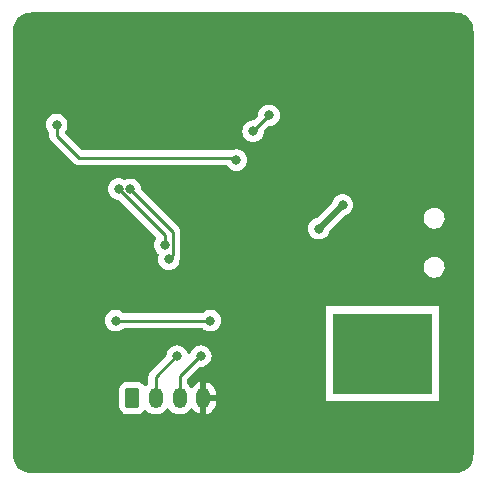
<source format=gbl>
%TF.GenerationSoftware,KiCad,Pcbnew,(6.0.1-0)*%
%TF.CreationDate,2022-02-13T16:39:06+01:00*%
%TF.ProjectId,NightLight,4e696768-744c-4696-9768-742e6b696361,rev?*%
%TF.SameCoordinates,Original*%
%TF.FileFunction,Copper,L2,Bot*%
%TF.FilePolarity,Positive*%
%FSLAX46Y46*%
G04 Gerber Fmt 4.6, Leading zero omitted, Abs format (unit mm)*
G04 Created by KiCad (PCBNEW (6.0.1-0)) date 2022-02-13 16:39:06*
%MOMM*%
%LPD*%
G01*
G04 APERTURE LIST*
G04 Aperture macros list*
%AMRoundRect*
0 Rectangle with rounded corners*
0 $1 Rounding radius*
0 $2 $3 $4 $5 $6 $7 $8 $9 X,Y pos of 4 corners*
0 Add a 4 corners polygon primitive as box body*
4,1,4,$2,$3,$4,$5,$6,$7,$8,$9,$2,$3,0*
0 Add four circle primitives for the rounded corners*
1,1,$1+$1,$2,$3*
1,1,$1+$1,$4,$5*
1,1,$1+$1,$6,$7*
1,1,$1+$1,$8,$9*
0 Add four rect primitives between the rounded corners*
20,1,$1+$1,$2,$3,$4,$5,0*
20,1,$1+$1,$4,$5,$6,$7,0*
20,1,$1+$1,$6,$7,$8,$9,0*
20,1,$1+$1,$8,$9,$2,$3,0*%
G04 Aperture macros list end*
%TA.AperFunction,ComponentPad*%
%ADD10RoundRect,0.250000X-0.350000X-0.625000X0.350000X-0.625000X0.350000X0.625000X-0.350000X0.625000X0*%
%TD*%
%TA.AperFunction,ComponentPad*%
%ADD11O,1.200000X1.750000*%
%TD*%
%TA.AperFunction,ViaPad*%
%ADD12C,0.800000*%
%TD*%
%TA.AperFunction,ViaPad*%
%ADD13C,0.600000*%
%TD*%
%TA.AperFunction,Conductor*%
%ADD14C,0.250000*%
%TD*%
%TA.AperFunction,Conductor*%
%ADD15C,0.500000*%
%TD*%
G04 APERTURE END LIST*
D10*
%TO.P,X2,1,Pin_1*%
%TO.N,VBUS*%
X130604000Y-113150000D03*
D11*
%TO.P,X2,2,Pin_2*%
%TO.N,/LEDC*%
X132604000Y-113150000D03*
%TO.P,X2,3,Pin_3*%
%TO.N,/LEDD*%
X134604000Y-113150000D03*
%TO.P,X2,4,Pin_4*%
%TO.N,GND*%
X136604000Y-113150000D03*
%TD*%
D12*
%TO.N,GND*%
X122400000Y-96400000D03*
X151600000Y-94400000D03*
X132050000Y-83975000D03*
X124000000Y-104800000D03*
X150600000Y-99400000D03*
X151600000Y-96800000D03*
X134055000Y-83975000D03*
X158200000Y-109200000D03*
X145071500Y-93600000D03*
X130130000Y-83975000D03*
X132100000Y-85948000D03*
X144800000Y-115600000D03*
X154800000Y-90200000D03*
X125200000Y-82000000D03*
X134055000Y-87898000D03*
X130534500Y-103200000D03*
X132100000Y-87925000D03*
X153791000Y-83000000D03*
X134055000Y-86043000D03*
X149400000Y-115000000D03*
X158600000Y-89000000D03*
X130105000Y-87925000D03*
X154686000Y-98806000D03*
X130100000Y-85950000D03*
D13*
%TO.N,+3V3*%
X148200000Y-110800000D03*
X148200000Y-108000000D03*
X150000000Y-110000000D03*
X153800000Y-111400000D03*
X153800000Y-110000000D03*
X153800000Y-108600000D03*
X155400000Y-106600000D03*
D12*
X148400000Y-96800000D03*
D13*
X150000000Y-107200000D03*
X151800000Y-112200000D03*
X151800000Y-110800000D03*
X153800000Y-107200000D03*
X148200000Y-112200000D03*
X150000000Y-111400000D03*
X148200000Y-106600000D03*
X151800000Y-106600000D03*
X151800000Y-109400000D03*
X151800000Y-108000000D03*
X155400000Y-112200000D03*
X150000000Y-108600000D03*
X155400000Y-109400000D03*
X155400000Y-110800000D03*
X155400000Y-108000000D03*
D12*
X146400000Y-98800000D03*
D13*
X148200000Y-109400000D03*
D12*
%TO.N,/RESET*%
X129200000Y-106600000D03*
X137200000Y-106600000D03*
%TO.N,/GPIO2*%
X124200000Y-90000000D03*
X139409299Y-93009299D03*
%TO.N,/RTS*%
X140838701Y-90555299D03*
X142181158Y-89212842D03*
%TO.N,/INT1*%
X133345701Y-100200000D03*
X129450000Y-95450000D03*
%TO.N,/LEDC*%
X134400000Y-109600000D03*
%TO.N,/LEDD*%
X136400000Y-109600000D03*
%TO.N,/INT2*%
X133691500Y-101400000D03*
X130426944Y-95473056D03*
%TD*%
D14*
%TO.N,/INT1*%
X129450000Y-95450000D02*
X133345701Y-99345701D01*
X133345701Y-99345701D02*
X133345701Y-100200000D01*
%TO.N,/INT2*%
X130426944Y-95473056D02*
X134020212Y-99066324D01*
X134020212Y-99066324D02*
X134020212Y-101071288D01*
X134020212Y-101071288D02*
X133691500Y-101400000D01*
D15*
%TO.N,+3V3*%
X146400000Y-98800000D02*
X148400000Y-96800000D01*
D14*
%TO.N,/RESET*%
X129200000Y-106600000D02*
X137200000Y-106600000D01*
%TO.N,/GPIO2*%
X126074000Y-92800000D02*
X139200000Y-92800000D01*
X139200000Y-92800000D02*
X139409299Y-93009299D01*
X124200000Y-90000000D02*
X124200000Y-90926000D01*
X124200000Y-90926000D02*
X126074000Y-92800000D01*
%TO.N,/RTS*%
X142181158Y-89212842D02*
X140838701Y-90555299D01*
%TO.N,/LEDC*%
X132604000Y-111340500D02*
X132604000Y-113150000D01*
X134344500Y-109600000D02*
X132604000Y-111340500D01*
X134400000Y-109600000D02*
X134344500Y-109600000D01*
%TO.N,/LEDD*%
X136400000Y-109600000D02*
X136300000Y-109600000D01*
X136300000Y-109600000D02*
X134604000Y-111296000D01*
X134604000Y-111296000D02*
X134604000Y-113150000D01*
%TD*%
%TA.AperFunction,Conductor*%
%TO.N,+3V3*%
G36*
X155942209Y-106020002D02*
G01*
X155988702Y-106073658D01*
X156000088Y-106125912D01*
X156004670Y-112673912D01*
X155984716Y-112742047D01*
X155931092Y-112788577D01*
X155878670Y-112800000D01*
X147730670Y-112800000D01*
X147662549Y-112779998D01*
X147616056Y-112726342D01*
X147604670Y-112674088D01*
X147600088Y-106126088D01*
X147620042Y-106057953D01*
X147673666Y-106011423D01*
X147726088Y-106000000D01*
X155874088Y-106000000D01*
X155942209Y-106020002D01*
G37*
%TD.AperFunction*%
%TD*%
%TA.AperFunction,Conductor*%
%TO.N,GND*%
G36*
X157970056Y-80509500D02*
G01*
X157972284Y-80509847D01*
X157984859Y-80511805D01*
X157984861Y-80511805D01*
X157993730Y-80513186D01*
X158002632Y-80512022D01*
X158002634Y-80512022D01*
X158008959Y-80511195D01*
X158034282Y-80510452D01*
X158198126Y-80522170D01*
X158203343Y-80522543D01*
X158221137Y-80525101D01*
X158411540Y-80566521D01*
X158428788Y-80571586D01*
X158611358Y-80639682D01*
X158627710Y-80647149D01*
X158693020Y-80682810D01*
X158798734Y-80740534D01*
X158813848Y-80750248D01*
X158923516Y-80832344D01*
X158969842Y-80867023D01*
X158983428Y-80878796D01*
X159121204Y-81016572D01*
X159132977Y-81030158D01*
X159249752Y-81186152D01*
X159259469Y-81201271D01*
X159352851Y-81372290D01*
X159360318Y-81388642D01*
X159428414Y-81571212D01*
X159433480Y-81588462D01*
X159474899Y-81778863D01*
X159477457Y-81796658D01*
X159489041Y-81958629D01*
X159488297Y-81976533D01*
X159488195Y-81984858D01*
X159486814Y-81993730D01*
X159487978Y-82002632D01*
X159487978Y-82002635D01*
X159490936Y-82025251D01*
X159492000Y-82041589D01*
X159492000Y-117950672D01*
X159490500Y-117970056D01*
X159486814Y-117993730D01*
X159487978Y-118002632D01*
X159487978Y-118002634D01*
X159488805Y-118008959D01*
X159489548Y-118034287D01*
X159477457Y-118203343D01*
X159474899Y-118221137D01*
X159433480Y-118411538D01*
X159428414Y-118428788D01*
X159360318Y-118611358D01*
X159352851Y-118627710D01*
X159259469Y-118798729D01*
X159249752Y-118813848D01*
X159192016Y-118890975D01*
X159132977Y-118969842D01*
X159121204Y-118983428D01*
X158983428Y-119121204D01*
X158969841Y-119132977D01*
X158813848Y-119249752D01*
X158798734Y-119259466D01*
X158693020Y-119317190D01*
X158627710Y-119352851D01*
X158611358Y-119360318D01*
X158428788Y-119428414D01*
X158411540Y-119433479D01*
X158248022Y-119469051D01*
X158221137Y-119474899D01*
X158203342Y-119477457D01*
X158154443Y-119480954D01*
X158041369Y-119489041D01*
X158023467Y-119488297D01*
X158015142Y-119488195D01*
X158006270Y-119486814D01*
X157997368Y-119487978D01*
X157997365Y-119487978D01*
X157974749Y-119490936D01*
X157958411Y-119492000D01*
X122049328Y-119492000D01*
X122029943Y-119490500D01*
X122029661Y-119490456D01*
X122027117Y-119490060D01*
X122015141Y-119488195D01*
X122015139Y-119488195D01*
X122006270Y-119486814D01*
X121997368Y-119487978D01*
X121997366Y-119487978D01*
X121991041Y-119488805D01*
X121965718Y-119489548D01*
X121796657Y-119477457D01*
X121778863Y-119474899D01*
X121751978Y-119469051D01*
X121588460Y-119433479D01*
X121571212Y-119428414D01*
X121388642Y-119360318D01*
X121372290Y-119352851D01*
X121306980Y-119317190D01*
X121201266Y-119259466D01*
X121186152Y-119249752D01*
X121030159Y-119132977D01*
X121016572Y-119121204D01*
X120878796Y-118983428D01*
X120867023Y-118969842D01*
X120807984Y-118890975D01*
X120750248Y-118813848D01*
X120740531Y-118798729D01*
X120647149Y-118627710D01*
X120639682Y-118611358D01*
X120571586Y-118428788D01*
X120566520Y-118411538D01*
X120525101Y-118221137D01*
X120522543Y-118203342D01*
X120510959Y-118041371D01*
X120511703Y-118023467D01*
X120511805Y-118015142D01*
X120513186Y-118006270D01*
X120511547Y-117993730D01*
X120509064Y-117974749D01*
X120508000Y-117958411D01*
X120508000Y-113825400D01*
X129495500Y-113825400D01*
X129506474Y-113931166D01*
X129562450Y-114098946D01*
X129655522Y-114249348D01*
X129780697Y-114374305D01*
X129786927Y-114378145D01*
X129786928Y-114378146D01*
X129924090Y-114462694D01*
X129931262Y-114467115D01*
X129967942Y-114479281D01*
X130092611Y-114520632D01*
X130092613Y-114520632D01*
X130099139Y-114522797D01*
X130105975Y-114523497D01*
X130105978Y-114523498D01*
X130144386Y-114527433D01*
X130203600Y-114533500D01*
X131004400Y-114533500D01*
X131007646Y-114533163D01*
X131007650Y-114533163D01*
X131103308Y-114523238D01*
X131103312Y-114523237D01*
X131110166Y-114522526D01*
X131116702Y-114520345D01*
X131116704Y-114520345D01*
X131252867Y-114474917D01*
X131277946Y-114466550D01*
X131428348Y-114373478D01*
X131553305Y-114248303D01*
X131585075Y-114196764D01*
X131637846Y-114149271D01*
X131707918Y-114137847D01*
X131773042Y-114166121D01*
X131791418Y-114185045D01*
X131797604Y-114192920D01*
X131802135Y-114196852D01*
X131802138Y-114196855D01*
X131887620Y-114271032D01*
X131957363Y-114331552D01*
X131962549Y-114334552D01*
X131962553Y-114334555D01*
X132058957Y-114390326D01*
X132140454Y-114437473D01*
X132340271Y-114506861D01*
X132346206Y-114507722D01*
X132346208Y-114507722D01*
X132543664Y-114536352D01*
X132543667Y-114536352D01*
X132549604Y-114537213D01*
X132760899Y-114527433D01*
X132892077Y-114495819D01*
X132960701Y-114479281D01*
X132960703Y-114479280D01*
X132966534Y-114477875D01*
X132971992Y-114475393D01*
X132971996Y-114475392D01*
X133087041Y-114423084D01*
X133159087Y-114390326D01*
X133331611Y-114267946D01*
X133477881Y-114115150D01*
X133489124Y-114097738D01*
X133498746Y-114082837D01*
X133552501Y-114036460D01*
X133622797Y-114026507D01*
X133687314Y-114056139D01*
X133703681Y-114073351D01*
X133797604Y-114192920D01*
X133802135Y-114196852D01*
X133802138Y-114196855D01*
X133887620Y-114271032D01*
X133957363Y-114331552D01*
X133962549Y-114334552D01*
X133962553Y-114334555D01*
X134058957Y-114390326D01*
X134140454Y-114437473D01*
X134340271Y-114506861D01*
X134346206Y-114507722D01*
X134346208Y-114507722D01*
X134543664Y-114536352D01*
X134543667Y-114536352D01*
X134549604Y-114537213D01*
X134760899Y-114527433D01*
X134892077Y-114495819D01*
X134960701Y-114479281D01*
X134960703Y-114479280D01*
X134966534Y-114477875D01*
X134971992Y-114475393D01*
X134971996Y-114475392D01*
X135087041Y-114423084D01*
X135159087Y-114390326D01*
X135331611Y-114267946D01*
X135477881Y-114115150D01*
X135481130Y-114110119D01*
X135481135Y-114110112D01*
X135499033Y-114082393D01*
X135552789Y-114036016D01*
X135623085Y-114026063D01*
X135687602Y-114055696D01*
X135703970Y-114072909D01*
X135794262Y-114187857D01*
X135802499Y-114196506D01*
X135953123Y-114327212D01*
X135962847Y-114334147D01*
X136135467Y-114434010D01*
X136146331Y-114438984D01*
X136334727Y-114504407D01*
X136335716Y-114504648D01*
X136346008Y-114503180D01*
X136350000Y-114489615D01*
X136350000Y-114485402D01*
X136858000Y-114485402D01*
X136861973Y-114498933D01*
X136871399Y-114500288D01*
X136960537Y-114478806D01*
X136971832Y-114474917D01*
X137153382Y-114392371D01*
X137163724Y-114386424D01*
X137326397Y-114271032D01*
X137335425Y-114263239D01*
X137473342Y-114119169D01*
X137480738Y-114109804D01*
X137588921Y-113942259D01*
X137594417Y-113931655D01*
X137668961Y-113746688D01*
X137672355Y-113735230D01*
X137710857Y-113538072D01*
X137711934Y-113529209D01*
X137712000Y-113526500D01*
X137712000Y-113422115D01*
X137707525Y-113406876D01*
X137706135Y-113405671D01*
X137698452Y-113404000D01*
X136876115Y-113404000D01*
X136860876Y-113408475D01*
X136859671Y-113409865D01*
X136858000Y-113417548D01*
X136858000Y-114485402D01*
X136350000Y-114485402D01*
X136350000Y-113400000D01*
X147000000Y-113400000D01*
X156600000Y-113400000D01*
X156600000Y-105400000D01*
X147000000Y-105400000D01*
X147000000Y-113400000D01*
X136350000Y-113400000D01*
X136350000Y-112877885D01*
X136858000Y-112877885D01*
X136862475Y-112893124D01*
X136863865Y-112894329D01*
X136871548Y-112896000D01*
X137693885Y-112896000D01*
X137709124Y-112891525D01*
X137710329Y-112890135D01*
X137712000Y-112882452D01*
X137712000Y-112825168D01*
X137711715Y-112819192D01*
X137697529Y-112670506D01*
X137695270Y-112658772D01*
X137639128Y-112467401D01*
X137634698Y-112456325D01*
X137543381Y-112279022D01*
X137536931Y-112268976D01*
X137413738Y-112112143D01*
X137405501Y-112103494D01*
X137254877Y-111972788D01*
X137245153Y-111965853D01*
X137072533Y-111865990D01*
X137061669Y-111861016D01*
X136873273Y-111795593D01*
X136872284Y-111795352D01*
X136861992Y-111796820D01*
X136858000Y-111810385D01*
X136858000Y-112877885D01*
X136350000Y-112877885D01*
X136350000Y-111814598D01*
X136346027Y-111801067D01*
X136336601Y-111799712D01*
X136247463Y-111821194D01*
X136236168Y-111825083D01*
X136054618Y-111907629D01*
X136044276Y-111913576D01*
X135881603Y-112028968D01*
X135872575Y-112036761D01*
X135734658Y-112180831D01*
X135727259Y-112190200D01*
X135709582Y-112217577D01*
X135655828Y-112263955D01*
X135585532Y-112273909D01*
X135521015Y-112244278D01*
X135504644Y-112227063D01*
X135493941Y-112213438D01*
X135410396Y-112107080D01*
X135280918Y-111994725D01*
X135242579Y-111934973D01*
X135237500Y-111899561D01*
X135237500Y-111610594D01*
X135257502Y-111542473D01*
X135274405Y-111521499D01*
X136250499Y-110545405D01*
X136312811Y-110511379D01*
X136339594Y-110508500D01*
X136495487Y-110508500D01*
X136501939Y-110507128D01*
X136501944Y-110507128D01*
X136588888Y-110488647D01*
X136682288Y-110468794D01*
X136688319Y-110466109D01*
X136850722Y-110393803D01*
X136850724Y-110393802D01*
X136856752Y-110391118D01*
X136883201Y-110371902D01*
X137001749Y-110285771D01*
X137011253Y-110278866D01*
X137139040Y-110136944D01*
X137234527Y-109971556D01*
X137293542Y-109789928D01*
X137313504Y-109600000D01*
X137298280Y-109455151D01*
X137294232Y-109416635D01*
X137294232Y-109416633D01*
X137293542Y-109410072D01*
X137234527Y-109228444D01*
X137139040Y-109063056D01*
X137011253Y-108921134D01*
X136856752Y-108808882D01*
X136850724Y-108806198D01*
X136850722Y-108806197D01*
X136688319Y-108733891D01*
X136688318Y-108733891D01*
X136682288Y-108731206D01*
X136588888Y-108711353D01*
X136501944Y-108692872D01*
X136501939Y-108692872D01*
X136495487Y-108691500D01*
X136304513Y-108691500D01*
X136298061Y-108692872D01*
X136298056Y-108692872D01*
X136211112Y-108711353D01*
X136117712Y-108731206D01*
X136111682Y-108733891D01*
X136111681Y-108733891D01*
X135949278Y-108806197D01*
X135949276Y-108806198D01*
X135943248Y-108808882D01*
X135788747Y-108921134D01*
X135660960Y-109063056D01*
X135565473Y-109228444D01*
X135559097Y-109248069D01*
X135519833Y-109368909D01*
X135479759Y-109427514D01*
X135414363Y-109455151D01*
X135344406Y-109443044D01*
X135292100Y-109395038D01*
X135280167Y-109368909D01*
X135240904Y-109248069D01*
X135234527Y-109228444D01*
X135139040Y-109063056D01*
X135011253Y-108921134D01*
X134856752Y-108808882D01*
X134850724Y-108806198D01*
X134850722Y-108806197D01*
X134688319Y-108733891D01*
X134688318Y-108733891D01*
X134682288Y-108731206D01*
X134588888Y-108711353D01*
X134501944Y-108692872D01*
X134501939Y-108692872D01*
X134495487Y-108691500D01*
X134304513Y-108691500D01*
X134298061Y-108692872D01*
X134298056Y-108692872D01*
X134211112Y-108711353D01*
X134117712Y-108731206D01*
X134111682Y-108733891D01*
X134111681Y-108733891D01*
X133949278Y-108806197D01*
X133949276Y-108806198D01*
X133943248Y-108808882D01*
X133788747Y-108921134D01*
X133660960Y-109063056D01*
X133565473Y-109228444D01*
X133542338Y-109299647D01*
X133509731Y-109400000D01*
X133506458Y-109410072D01*
X133502993Y-109443044D01*
X133495611Y-109513274D01*
X133468598Y-109578931D01*
X133459396Y-109589199D01*
X132211747Y-110836848D01*
X132203461Y-110844388D01*
X132196982Y-110848500D01*
X132191557Y-110854277D01*
X132150357Y-110898151D01*
X132147602Y-110900993D01*
X132127865Y-110920730D01*
X132125385Y-110923927D01*
X132117682Y-110932947D01*
X132087414Y-110965179D01*
X132083595Y-110972125D01*
X132083593Y-110972128D01*
X132077652Y-110982934D01*
X132066801Y-110999453D01*
X132054386Y-111015459D01*
X132051241Y-111022728D01*
X132051238Y-111022732D01*
X132036826Y-111056037D01*
X132031609Y-111066687D01*
X132010305Y-111105440D01*
X132008334Y-111113115D01*
X132008334Y-111113116D01*
X132005267Y-111125062D01*
X131998863Y-111143766D01*
X131990819Y-111162355D01*
X131989580Y-111170178D01*
X131989577Y-111170188D01*
X131983901Y-111206024D01*
X131981495Y-111217644D01*
X131970500Y-111260470D01*
X131970500Y-111280724D01*
X131968949Y-111300434D01*
X131965780Y-111320443D01*
X131966526Y-111328335D01*
X131969941Y-111364461D01*
X131970500Y-111376319D01*
X131970500Y-111900193D01*
X131950498Y-111968314D01*
X131917399Y-112002963D01*
X131881280Y-112028584D01*
X131881276Y-112028587D01*
X131876389Y-112032054D01*
X131872247Y-112036381D01*
X131872241Y-112036386D01*
X131785194Y-112127317D01*
X131723639Y-112162694D01*
X131652730Y-112159175D01*
X131594979Y-112117879D01*
X131587032Y-112106491D01*
X131552478Y-112050652D01*
X131427303Y-111925695D01*
X131421072Y-111921854D01*
X131282968Y-111836725D01*
X131282966Y-111836724D01*
X131276738Y-111832885D01*
X131168005Y-111796820D01*
X131115389Y-111779368D01*
X131115387Y-111779368D01*
X131108861Y-111777203D01*
X131102025Y-111776503D01*
X131102022Y-111776502D01*
X131057123Y-111771902D01*
X131004400Y-111766500D01*
X130203600Y-111766500D01*
X130200354Y-111766837D01*
X130200350Y-111766837D01*
X130104692Y-111776762D01*
X130104688Y-111776763D01*
X130097834Y-111777474D01*
X130091298Y-111779655D01*
X130091296Y-111779655D01*
X130027117Y-111801067D01*
X129930054Y-111833450D01*
X129779652Y-111926522D01*
X129654695Y-112051697D01*
X129650855Y-112057927D01*
X129650854Y-112057928D01*
X129569784Y-112189448D01*
X129561885Y-112202262D01*
X129506203Y-112370139D01*
X129495500Y-112474600D01*
X129495500Y-113825400D01*
X120508000Y-113825400D01*
X120508000Y-106600000D01*
X128286496Y-106600000D01*
X128306458Y-106789928D01*
X128365473Y-106971556D01*
X128460960Y-107136944D01*
X128588747Y-107278866D01*
X128618568Y-107300532D01*
X128713026Y-107369160D01*
X128743248Y-107391118D01*
X128749276Y-107393802D01*
X128749278Y-107393803D01*
X128911681Y-107466109D01*
X128917712Y-107468794D01*
X128997582Y-107485771D01*
X129098056Y-107507128D01*
X129098061Y-107507128D01*
X129104513Y-107508500D01*
X129295487Y-107508500D01*
X129301939Y-107507128D01*
X129301944Y-107507128D01*
X129402418Y-107485771D01*
X129482288Y-107468794D01*
X129488319Y-107466109D01*
X129650722Y-107393803D01*
X129650724Y-107393802D01*
X129656752Y-107391118D01*
X129686975Y-107369160D01*
X129789671Y-107294546D01*
X129811253Y-107278866D01*
X129815668Y-107273963D01*
X129820580Y-107269540D01*
X129821705Y-107270789D01*
X129875014Y-107237949D01*
X129908200Y-107233500D01*
X136491800Y-107233500D01*
X136559921Y-107253502D01*
X136579147Y-107269843D01*
X136579420Y-107269540D01*
X136584332Y-107273963D01*
X136588747Y-107278866D01*
X136610329Y-107294546D01*
X136713026Y-107369160D01*
X136743248Y-107391118D01*
X136749276Y-107393802D01*
X136749278Y-107393803D01*
X136911681Y-107466109D01*
X136917712Y-107468794D01*
X136997582Y-107485771D01*
X137098056Y-107507128D01*
X137098061Y-107507128D01*
X137104513Y-107508500D01*
X137295487Y-107508500D01*
X137301939Y-107507128D01*
X137301944Y-107507128D01*
X137402418Y-107485771D01*
X137482288Y-107468794D01*
X137488319Y-107466109D01*
X137650722Y-107393803D01*
X137650724Y-107393802D01*
X137656752Y-107391118D01*
X137686975Y-107369160D01*
X137781432Y-107300532D01*
X137811253Y-107278866D01*
X137939040Y-107136944D01*
X138034527Y-106971556D01*
X138093542Y-106789928D01*
X138113504Y-106600000D01*
X138093542Y-106410072D01*
X138034527Y-106228444D01*
X137939040Y-106063056D01*
X137845224Y-105958862D01*
X137815675Y-105926045D01*
X137815674Y-105926044D01*
X137811253Y-105921134D01*
X137656752Y-105808882D01*
X137650724Y-105806198D01*
X137650722Y-105806197D01*
X137488319Y-105733891D01*
X137488318Y-105733891D01*
X137482288Y-105731206D01*
X137388887Y-105711353D01*
X137301944Y-105692872D01*
X137301939Y-105692872D01*
X137295487Y-105691500D01*
X137104513Y-105691500D01*
X137098061Y-105692872D01*
X137098056Y-105692872D01*
X137011113Y-105711353D01*
X136917712Y-105731206D01*
X136911682Y-105733891D01*
X136911681Y-105733891D01*
X136749278Y-105806197D01*
X136749276Y-105806198D01*
X136743248Y-105808882D01*
X136588747Y-105921134D01*
X136584332Y-105926037D01*
X136579420Y-105930460D01*
X136578295Y-105929211D01*
X136524986Y-105962051D01*
X136491800Y-105966500D01*
X129908200Y-105966500D01*
X129840079Y-105946498D01*
X129820853Y-105930157D01*
X129820580Y-105930460D01*
X129815668Y-105926037D01*
X129811253Y-105921134D01*
X129656752Y-105808882D01*
X129650724Y-105806198D01*
X129650722Y-105806197D01*
X129488319Y-105733891D01*
X129488318Y-105733891D01*
X129482288Y-105731206D01*
X129388887Y-105711353D01*
X129301944Y-105692872D01*
X129301939Y-105692872D01*
X129295487Y-105691500D01*
X129104513Y-105691500D01*
X129098061Y-105692872D01*
X129098056Y-105692872D01*
X129011113Y-105711353D01*
X128917712Y-105731206D01*
X128911682Y-105733891D01*
X128911681Y-105733891D01*
X128749278Y-105806197D01*
X128749276Y-105806198D01*
X128743248Y-105808882D01*
X128588747Y-105921134D01*
X128584326Y-105926044D01*
X128584325Y-105926045D01*
X128554777Y-105958862D01*
X128460960Y-106063056D01*
X128365473Y-106228444D01*
X128306458Y-106410072D01*
X128286496Y-106600000D01*
X120508000Y-106600000D01*
X120508000Y-95450000D01*
X128536496Y-95450000D01*
X128556458Y-95639928D01*
X128615473Y-95821556D01*
X128710960Y-95986944D01*
X128715378Y-95991851D01*
X128715379Y-95991852D01*
X128828289Y-96117251D01*
X128838747Y-96128866D01*
X128993248Y-96241118D01*
X128999276Y-96243802D01*
X128999278Y-96243803D01*
X129161681Y-96316109D01*
X129167712Y-96318794D01*
X129261112Y-96338647D01*
X129348056Y-96357128D01*
X129348061Y-96357128D01*
X129354513Y-96358500D01*
X129410406Y-96358500D01*
X129478527Y-96378502D01*
X129499501Y-96395405D01*
X132598597Y-99494501D01*
X132632623Y-99556813D01*
X132627558Y-99627628D01*
X132611435Y-99657661D01*
X132611085Y-99658142D01*
X132606661Y-99663056D01*
X132511174Y-99828444D01*
X132452159Y-100010072D01*
X132432197Y-100200000D01*
X132452159Y-100389928D01*
X132511174Y-100571556D01*
X132606661Y-100736944D01*
X132734448Y-100878866D01*
X132798832Y-100925644D01*
X132842185Y-100981865D01*
X132848260Y-101052601D01*
X132844605Y-101066509D01*
X132797958Y-101210072D01*
X132797268Y-101216633D01*
X132797268Y-101216635D01*
X132790994Y-101276332D01*
X132777996Y-101400000D01*
X132797958Y-101589928D01*
X132856973Y-101771556D01*
X132952460Y-101936944D01*
X132956878Y-101941851D01*
X132956879Y-101941852D01*
X133075825Y-102073955D01*
X133080247Y-102078866D01*
X133234748Y-102191118D01*
X133240776Y-102193802D01*
X133240778Y-102193803D01*
X133403181Y-102266109D01*
X133409212Y-102268794D01*
X133502612Y-102288647D01*
X133589556Y-102307128D01*
X133589561Y-102307128D01*
X133596013Y-102308500D01*
X133786987Y-102308500D01*
X133793439Y-102307128D01*
X133793444Y-102307128D01*
X133880388Y-102288647D01*
X133973788Y-102268794D01*
X133979819Y-102266109D01*
X134142222Y-102193803D01*
X134142224Y-102193802D01*
X134148252Y-102191118D01*
X134302753Y-102078866D01*
X134307175Y-102073955D01*
X134350649Y-102025672D01*
X155280198Y-102025672D01*
X155280555Y-102032489D01*
X155280555Y-102032493D01*
X155285368Y-102124328D01*
X155290187Y-102216284D01*
X155291998Y-102222858D01*
X155291998Y-102222859D01*
X155315210Y-102307128D01*
X155340875Y-102400304D01*
X155429896Y-102569148D01*
X155434301Y-102574361D01*
X155434304Y-102574365D01*
X155548690Y-102709722D01*
X155548694Y-102709726D01*
X155553097Y-102714936D01*
X155558521Y-102719083D01*
X155558522Y-102719084D01*
X155699309Y-102826724D01*
X155699313Y-102826727D01*
X155704730Y-102830868D01*
X155710910Y-102833750D01*
X155710912Y-102833751D01*
X155782326Y-102867052D01*
X155877720Y-102911535D01*
X155960239Y-102929980D01*
X156058953Y-102952046D01*
X156058959Y-102952047D01*
X156063997Y-102953173D01*
X156069846Y-102953500D01*
X156210183Y-102953500D01*
X156223568Y-102952046D01*
X156248347Y-102949354D01*
X156352257Y-102938066D01*
X156533161Y-102877185D01*
X156696772Y-102778878D01*
X156701734Y-102774186D01*
X156830498Y-102652420D01*
X156830500Y-102652418D01*
X156835456Y-102647731D01*
X156942743Y-102489863D01*
X157013627Y-102312639D01*
X157014741Y-102305912D01*
X157014742Y-102305907D01*
X157043687Y-102131066D01*
X157043687Y-102131062D01*
X157044802Y-102124328D01*
X157042163Y-102073955D01*
X157035170Y-101940528D01*
X157034813Y-101933716D01*
X157010127Y-101844093D01*
X156985938Y-101756278D01*
X156984125Y-101749696D01*
X156895104Y-101580852D01*
X156890699Y-101575639D01*
X156890696Y-101575635D01*
X156776310Y-101440278D01*
X156776306Y-101440274D01*
X156771903Y-101435064D01*
X156734628Y-101406565D01*
X156625691Y-101323276D01*
X156625687Y-101323273D01*
X156620270Y-101319132D01*
X156614090Y-101316250D01*
X156614088Y-101316249D01*
X156530180Y-101277122D01*
X156447280Y-101238465D01*
X156328588Y-101211934D01*
X156266047Y-101197954D01*
X156266041Y-101197953D01*
X156261003Y-101196827D01*
X156255154Y-101196500D01*
X156114817Y-101196500D01*
X156111421Y-101196869D01*
X156111420Y-101196869D01*
X156083528Y-101199899D01*
X155972743Y-101211934D01*
X155791839Y-101272815D01*
X155628228Y-101371122D01*
X155623268Y-101375813D01*
X155623266Y-101375814D01*
X155555098Y-101440278D01*
X155489544Y-101502269D01*
X155382257Y-101660137D01*
X155311373Y-101837361D01*
X155310259Y-101844088D01*
X155310258Y-101844093D01*
X155294074Y-101941852D01*
X155280198Y-102025672D01*
X134350649Y-102025672D01*
X134426121Y-101941852D01*
X134426122Y-101941851D01*
X134430540Y-101936944D01*
X134526027Y-101771556D01*
X134585042Y-101589928D01*
X134605004Y-101400000D01*
X134602104Y-101372407D01*
X134610239Y-101313019D01*
X134613907Y-101306348D01*
X134618945Y-101286725D01*
X134625349Y-101268022D01*
X134630245Y-101256708D01*
X134630245Y-101256707D01*
X134633393Y-101249433D01*
X134634632Y-101241610D01*
X134634635Y-101241600D01*
X134640311Y-101205764D01*
X134642717Y-101194144D01*
X134651740Y-101158999D01*
X134651740Y-101158998D01*
X134653712Y-101151318D01*
X134653712Y-101131064D01*
X134655263Y-101111353D01*
X134657192Y-101099174D01*
X134658432Y-101091345D01*
X134654271Y-101047326D01*
X134653712Y-101035469D01*
X134653712Y-99145087D01*
X134654239Y-99133903D01*
X134655913Y-99126415D01*
X134653774Y-99058356D01*
X134653712Y-99054399D01*
X134653712Y-99026468D01*
X134653206Y-99022462D01*
X134652273Y-99010616D01*
X134651134Y-98974361D01*
X134650885Y-98966434D01*
X134645234Y-98946982D01*
X134641226Y-98927630D01*
X134639679Y-98915387D01*
X134638686Y-98907527D01*
X134635768Y-98900156D01*
X134622412Y-98866421D01*
X134618567Y-98855194D01*
X134617933Y-98853011D01*
X134606230Y-98812731D01*
X134602196Y-98805909D01*
X134602193Y-98805903D01*
X134598702Y-98800000D01*
X145486496Y-98800000D01*
X145487186Y-98806565D01*
X145500944Y-98937461D01*
X145506458Y-98989928D01*
X145565473Y-99171556D01*
X145660960Y-99336944D01*
X145788747Y-99478866D01*
X145943248Y-99591118D01*
X145949276Y-99593802D01*
X145949278Y-99593803D01*
X146104824Y-99663056D01*
X146117712Y-99668794D01*
X146211112Y-99688647D01*
X146298056Y-99707128D01*
X146298061Y-99707128D01*
X146304513Y-99708500D01*
X146495487Y-99708500D01*
X146501939Y-99707128D01*
X146501944Y-99707128D01*
X146588888Y-99688647D01*
X146682288Y-99668794D01*
X146695176Y-99663056D01*
X146850722Y-99593803D01*
X146850724Y-99593802D01*
X146856752Y-99591118D01*
X147011253Y-99478866D01*
X147139040Y-99336944D01*
X147234527Y-99171556D01*
X147289387Y-99002714D01*
X147320125Y-98952556D01*
X148397009Y-97875672D01*
X155280198Y-97875672D01*
X155280555Y-97882489D01*
X155280555Y-97882493D01*
X155285368Y-97974328D01*
X155290187Y-98066284D01*
X155291998Y-98072858D01*
X155291998Y-98072859D01*
X155316728Y-98162639D01*
X155340875Y-98250304D01*
X155429896Y-98419148D01*
X155434301Y-98424361D01*
X155434304Y-98424365D01*
X155548690Y-98559722D01*
X155548694Y-98559726D01*
X155553097Y-98564936D01*
X155558521Y-98569083D01*
X155558522Y-98569084D01*
X155699309Y-98676724D01*
X155699313Y-98676727D01*
X155704730Y-98680868D01*
X155710910Y-98683750D01*
X155710912Y-98683751D01*
X155773703Y-98713031D01*
X155877720Y-98761535D01*
X155949331Y-98777542D01*
X156058953Y-98802046D01*
X156058959Y-98802047D01*
X156063997Y-98803173D01*
X156069846Y-98803500D01*
X156210183Y-98803500D01*
X156223568Y-98802046D01*
X156302834Y-98793435D01*
X156352257Y-98788066D01*
X156533161Y-98727185D01*
X156696772Y-98628878D01*
X156730216Y-98597252D01*
X156830498Y-98502420D01*
X156830500Y-98502418D01*
X156835456Y-98497731D01*
X156942743Y-98339863D01*
X157013627Y-98162639D01*
X157014741Y-98155912D01*
X157014742Y-98155907D01*
X157043687Y-97981066D01*
X157043687Y-97981062D01*
X157044802Y-97974328D01*
X157042543Y-97931206D01*
X157035170Y-97790528D01*
X157034813Y-97783716D01*
X157010127Y-97694093D01*
X156985938Y-97606278D01*
X156984125Y-97599696D01*
X156895104Y-97430852D01*
X156890699Y-97425639D01*
X156890696Y-97425635D01*
X156776310Y-97290278D01*
X156776306Y-97290274D01*
X156771903Y-97285064D01*
X156766478Y-97280916D01*
X156625691Y-97173276D01*
X156625687Y-97173273D01*
X156620270Y-97169132D01*
X156614090Y-97166250D01*
X156614088Y-97166249D01*
X156542674Y-97132948D01*
X156447280Y-97088465D01*
X156328588Y-97061934D01*
X156266047Y-97047954D01*
X156266041Y-97047953D01*
X156261003Y-97046827D01*
X156255154Y-97046500D01*
X156114817Y-97046500D01*
X156111421Y-97046869D01*
X156111420Y-97046869D01*
X156076653Y-97050646D01*
X155972743Y-97061934D01*
X155791839Y-97122815D01*
X155628228Y-97221122D01*
X155623268Y-97225813D01*
X155623266Y-97225814D01*
X155500560Y-97341852D01*
X155489544Y-97352269D01*
X155382257Y-97510137D01*
X155311373Y-97687361D01*
X155310259Y-97694088D01*
X155310258Y-97694093D01*
X155281313Y-97868934D01*
X155280198Y-97875672D01*
X148397009Y-97875672D01*
X148556331Y-97716350D01*
X148619228Y-97682199D01*
X148675824Y-97670169D01*
X148675833Y-97670166D01*
X148682288Y-97668794D01*
X148688319Y-97666109D01*
X148850722Y-97593803D01*
X148850724Y-97593802D01*
X148856752Y-97591118D01*
X149011253Y-97478866D01*
X149139040Y-97336944D01*
X149234527Y-97171556D01*
X149293542Y-96989928D01*
X149313504Y-96800000D01*
X149293542Y-96610072D01*
X149234527Y-96428444D01*
X149139040Y-96263056D01*
X149115793Y-96237237D01*
X149015675Y-96126045D01*
X149015674Y-96126044D01*
X149011253Y-96121134D01*
X148856752Y-96008882D01*
X148850724Y-96006198D01*
X148850722Y-96006197D01*
X148688319Y-95933891D01*
X148688318Y-95933891D01*
X148682288Y-95931206D01*
X148588888Y-95911353D01*
X148501944Y-95892872D01*
X148501939Y-95892872D01*
X148495487Y-95891500D01*
X148304513Y-95891500D01*
X148298061Y-95892872D01*
X148298056Y-95892872D01*
X148211113Y-95911353D01*
X148117712Y-95931206D01*
X148111682Y-95933891D01*
X148111681Y-95933891D01*
X147949278Y-96006197D01*
X147949276Y-96006198D01*
X147943248Y-96008882D01*
X147788747Y-96121134D01*
X147784326Y-96126044D01*
X147784325Y-96126045D01*
X147684208Y-96237237D01*
X147660960Y-96263056D01*
X147565473Y-96428444D01*
X147563431Y-96434729D01*
X147510613Y-96597285D01*
X147479875Y-96647444D01*
X146243669Y-97883650D01*
X146180772Y-97917801D01*
X146124176Y-97929831D01*
X146124167Y-97929834D01*
X146117712Y-97931206D01*
X146111682Y-97933891D01*
X146111681Y-97933891D01*
X145949278Y-98006197D01*
X145949276Y-98006198D01*
X145943248Y-98008882D01*
X145788747Y-98121134D01*
X145660960Y-98263056D01*
X145565473Y-98428444D01*
X145506458Y-98610072D01*
X145505768Y-98616633D01*
X145505768Y-98616635D01*
X145501143Y-98660637D01*
X145486496Y-98800000D01*
X134598702Y-98800000D01*
X134595918Y-98795292D01*
X134587222Y-98777542D01*
X134582684Y-98766080D01*
X134582681Y-98766075D01*
X134579764Y-98758707D01*
X134553785Y-98722949D01*
X134547269Y-98713031D01*
X134528787Y-98681781D01*
X134524754Y-98674961D01*
X134510430Y-98660637D01*
X134497588Y-98645602D01*
X134485684Y-98629217D01*
X134451618Y-98601035D01*
X134442839Y-98593046D01*
X131374066Y-95524273D01*
X131340040Y-95461961D01*
X131337851Y-95448348D01*
X131321176Y-95289691D01*
X131321176Y-95289689D01*
X131320486Y-95283128D01*
X131261471Y-95101500D01*
X131244856Y-95072721D01*
X131169285Y-94941830D01*
X131165984Y-94936112D01*
X131038197Y-94794190D01*
X130883696Y-94681938D01*
X130877668Y-94679254D01*
X130877666Y-94679253D01*
X130715263Y-94606947D01*
X130715262Y-94606947D01*
X130709232Y-94604262D01*
X130600763Y-94581206D01*
X130528888Y-94565928D01*
X130528883Y-94565928D01*
X130522431Y-94564556D01*
X130331457Y-94564556D01*
X130325005Y-94565928D01*
X130325000Y-94565928D01*
X130253125Y-94581206D01*
X130144656Y-94604262D01*
X130138629Y-94606945D01*
X130138621Y-94606948D01*
X130014790Y-94662081D01*
X129944423Y-94671515D01*
X129906985Y-94658358D01*
X129906752Y-94658882D01*
X129738319Y-94583891D01*
X129738318Y-94583891D01*
X129732288Y-94581206D01*
X129638888Y-94561353D01*
X129551944Y-94542872D01*
X129551939Y-94542872D01*
X129545487Y-94541500D01*
X129354513Y-94541500D01*
X129348061Y-94542872D01*
X129348056Y-94542872D01*
X129261113Y-94561353D01*
X129167712Y-94581206D01*
X129161682Y-94583891D01*
X129161681Y-94583891D01*
X128999278Y-94656197D01*
X128999276Y-94656198D01*
X128993248Y-94658882D01*
X128987907Y-94662762D01*
X128987906Y-94662763D01*
X128945661Y-94693456D01*
X128838747Y-94771134D01*
X128834326Y-94776044D01*
X128834325Y-94776045D01*
X128821484Y-94790307D01*
X128710960Y-94913056D01*
X128615473Y-95078444D01*
X128556458Y-95260072D01*
X128555768Y-95266633D01*
X128555768Y-95266635D01*
X128554035Y-95283128D01*
X128536496Y-95450000D01*
X120508000Y-95450000D01*
X120508000Y-90000000D01*
X123286496Y-90000000D01*
X123306458Y-90189928D01*
X123365473Y-90371556D01*
X123460960Y-90536944D01*
X123534137Y-90618215D01*
X123564853Y-90682221D01*
X123566500Y-90702524D01*
X123566500Y-90847233D01*
X123565973Y-90858416D01*
X123564298Y-90865909D01*
X123564547Y-90873835D01*
X123564547Y-90873836D01*
X123566438Y-90933986D01*
X123566500Y-90937945D01*
X123566500Y-90965856D01*
X123566997Y-90969790D01*
X123566997Y-90969791D01*
X123567005Y-90969856D01*
X123567938Y-90981693D01*
X123569327Y-91025889D01*
X123574978Y-91045339D01*
X123578987Y-91064700D01*
X123581526Y-91084797D01*
X123584445Y-91092168D01*
X123584445Y-91092170D01*
X123597804Y-91125912D01*
X123601649Y-91137142D01*
X123613982Y-91179593D01*
X123618015Y-91186412D01*
X123618017Y-91186417D01*
X123624293Y-91197028D01*
X123632988Y-91214776D01*
X123640448Y-91233617D01*
X123645110Y-91240033D01*
X123645110Y-91240034D01*
X123666436Y-91269387D01*
X123672952Y-91279307D01*
X123695458Y-91317362D01*
X123709779Y-91331683D01*
X123722619Y-91346716D01*
X123734528Y-91363107D01*
X123740634Y-91368158D01*
X123768605Y-91391298D01*
X123777384Y-91399288D01*
X125570343Y-93192247D01*
X125577887Y-93200537D01*
X125582000Y-93207018D01*
X125587777Y-93212443D01*
X125631667Y-93253658D01*
X125634509Y-93256413D01*
X125654230Y-93276134D01*
X125657425Y-93278612D01*
X125666447Y-93286318D01*
X125698679Y-93316586D01*
X125705628Y-93320406D01*
X125716432Y-93326346D01*
X125732956Y-93337199D01*
X125748959Y-93349613D01*
X125789543Y-93367176D01*
X125800173Y-93372383D01*
X125838940Y-93393695D01*
X125846617Y-93395666D01*
X125846622Y-93395668D01*
X125858558Y-93398732D01*
X125877266Y-93405137D01*
X125895855Y-93413181D01*
X125903683Y-93414421D01*
X125903690Y-93414423D01*
X125939524Y-93420099D01*
X125951144Y-93422505D01*
X125986289Y-93431528D01*
X125993970Y-93433500D01*
X126014224Y-93433500D01*
X126033934Y-93435051D01*
X126053943Y-93438220D01*
X126061835Y-93437474D01*
X126097961Y-93434059D01*
X126109819Y-93433500D01*
X138532421Y-93433500D01*
X138600542Y-93453502D01*
X138641540Y-93496500D01*
X138670259Y-93546243D01*
X138798046Y-93688165D01*
X138952547Y-93800417D01*
X138958575Y-93803101D01*
X138958577Y-93803102D01*
X139120980Y-93875408D01*
X139127011Y-93878093D01*
X139220412Y-93897946D01*
X139307355Y-93916427D01*
X139307360Y-93916427D01*
X139313812Y-93917799D01*
X139504786Y-93917799D01*
X139511238Y-93916427D01*
X139511243Y-93916427D01*
X139598187Y-93897946D01*
X139691587Y-93878093D01*
X139697618Y-93875408D01*
X139860021Y-93803102D01*
X139860023Y-93803101D01*
X139866051Y-93800417D01*
X140020552Y-93688165D01*
X140148339Y-93546243D01*
X140221168Y-93420099D01*
X140240522Y-93386578D01*
X140240523Y-93386577D01*
X140243826Y-93380855D01*
X140302841Y-93199227D01*
X140322803Y-93009299D01*
X140302841Y-92819371D01*
X140243826Y-92637743D01*
X140148339Y-92472355D01*
X140020552Y-92330433D01*
X139866051Y-92218181D01*
X139860023Y-92215497D01*
X139860021Y-92215496D01*
X139697618Y-92143190D01*
X139697617Y-92143190D01*
X139691587Y-92140505D01*
X139598186Y-92120652D01*
X139511243Y-92102171D01*
X139511238Y-92102171D01*
X139504786Y-92100799D01*
X139313812Y-92100799D01*
X139307360Y-92102171D01*
X139307355Y-92102171D01*
X139220412Y-92120652D01*
X139127011Y-92140505D01*
X139120984Y-92143188D01*
X139120976Y-92143191D01*
X139093090Y-92155607D01*
X139041842Y-92166500D01*
X126388595Y-92166500D01*
X126320474Y-92146498D01*
X126299500Y-92129595D01*
X124913577Y-90743672D01*
X124879551Y-90681360D01*
X124884616Y-90610545D01*
X124909036Y-90570267D01*
X124922513Y-90555299D01*
X139925197Y-90555299D01*
X139925887Y-90561864D01*
X139931004Y-90610545D01*
X139945159Y-90745227D01*
X140004174Y-90926855D01*
X140007477Y-90932577D01*
X140007478Y-90932578D01*
X140010577Y-90937945D01*
X140099661Y-91092243D01*
X140104079Y-91097150D01*
X140104080Y-91097151D01*
X140194010Y-91197028D01*
X140227448Y-91234165D01*
X140381949Y-91346417D01*
X140387977Y-91349101D01*
X140387979Y-91349102D01*
X140550382Y-91421408D01*
X140556413Y-91424093D01*
X140649813Y-91443946D01*
X140736757Y-91462427D01*
X140736762Y-91462427D01*
X140743214Y-91463799D01*
X140934188Y-91463799D01*
X140940640Y-91462427D01*
X140940645Y-91462427D01*
X141027588Y-91443946D01*
X141120989Y-91424093D01*
X141127020Y-91421408D01*
X141289423Y-91349102D01*
X141289425Y-91349101D01*
X141295453Y-91346417D01*
X141449954Y-91234165D01*
X141483392Y-91197028D01*
X141573322Y-91097151D01*
X141573323Y-91097150D01*
X141577741Y-91092243D01*
X141666825Y-90937945D01*
X141669924Y-90932578D01*
X141669925Y-90932577D01*
X141673228Y-90926855D01*
X141732243Y-90745227D01*
X141749608Y-90580007D01*
X141776621Y-90514350D01*
X141785823Y-90504081D01*
X142131659Y-90158246D01*
X142193971Y-90124221D01*
X142220754Y-90121342D01*
X142276645Y-90121342D01*
X142283097Y-90119970D01*
X142283102Y-90119970D01*
X142370046Y-90101489D01*
X142463446Y-90081636D01*
X142469477Y-90078951D01*
X142631880Y-90006645D01*
X142631882Y-90006644D01*
X142637910Y-90003960D01*
X142643361Y-90000000D01*
X142693315Y-89963706D01*
X142792411Y-89891708D01*
X142920198Y-89749786D01*
X143015685Y-89584398D01*
X143074700Y-89402770D01*
X143094662Y-89212842D01*
X143074700Y-89022914D01*
X143015685Y-88841286D01*
X142920198Y-88675898D01*
X142792411Y-88533976D01*
X142637910Y-88421724D01*
X142631882Y-88419040D01*
X142631880Y-88419039D01*
X142469477Y-88346733D01*
X142469476Y-88346733D01*
X142463446Y-88344048D01*
X142370046Y-88324195D01*
X142283102Y-88305714D01*
X142283097Y-88305714D01*
X142276645Y-88304342D01*
X142085671Y-88304342D01*
X142079219Y-88305714D01*
X142079214Y-88305714D01*
X141992271Y-88324195D01*
X141898870Y-88344048D01*
X141892840Y-88346733D01*
X141892839Y-88346733D01*
X141730436Y-88419039D01*
X141730434Y-88419040D01*
X141724406Y-88421724D01*
X141569905Y-88533976D01*
X141442118Y-88675898D01*
X141346631Y-88841286D01*
X141287616Y-89022914D01*
X141286926Y-89029475D01*
X141286926Y-89029477D01*
X141270251Y-89188134D01*
X141243238Y-89253791D01*
X141234036Y-89264060D01*
X140888200Y-89609895D01*
X140825888Y-89643920D01*
X140799105Y-89646799D01*
X140743214Y-89646799D01*
X140736762Y-89648171D01*
X140736757Y-89648171D01*
X140649813Y-89666652D01*
X140556413Y-89686505D01*
X140550383Y-89689190D01*
X140550382Y-89689190D01*
X140387979Y-89761496D01*
X140387977Y-89761497D01*
X140381949Y-89764181D01*
X140227448Y-89876433D01*
X140099661Y-90018355D01*
X140004174Y-90183743D01*
X139945159Y-90365371D01*
X139925197Y-90555299D01*
X124922513Y-90555299D01*
X124934621Y-90541852D01*
X124934625Y-90541847D01*
X124939040Y-90536944D01*
X125034527Y-90371556D01*
X125093542Y-90189928D01*
X125113504Y-90000000D01*
X125093542Y-89810072D01*
X125034527Y-89628444D01*
X124939040Y-89463056D01*
X124811253Y-89321134D01*
X124684123Y-89228768D01*
X124662094Y-89212763D01*
X124662093Y-89212762D01*
X124656752Y-89208882D01*
X124650724Y-89206198D01*
X124650722Y-89206197D01*
X124488319Y-89133891D01*
X124488318Y-89133891D01*
X124482288Y-89131206D01*
X124388888Y-89111353D01*
X124301944Y-89092872D01*
X124301939Y-89092872D01*
X124295487Y-89091500D01*
X124104513Y-89091500D01*
X124098061Y-89092872D01*
X124098056Y-89092872D01*
X124011112Y-89111353D01*
X123917712Y-89131206D01*
X123911682Y-89133891D01*
X123911681Y-89133891D01*
X123749278Y-89206197D01*
X123749276Y-89206198D01*
X123743248Y-89208882D01*
X123737907Y-89212762D01*
X123737906Y-89212763D01*
X123715877Y-89228768D01*
X123588747Y-89321134D01*
X123460960Y-89463056D01*
X123365473Y-89628444D01*
X123306458Y-89810072D01*
X123286496Y-90000000D01*
X120508000Y-90000000D01*
X120508000Y-82049328D01*
X120509500Y-82029943D01*
X120511805Y-82015141D01*
X120511805Y-82015139D01*
X120513186Y-82006270D01*
X120512022Y-81997366D01*
X120511195Y-81991041D01*
X120510452Y-81965713D01*
X120522543Y-81796657D01*
X120525101Y-81778863D01*
X120566520Y-81588462D01*
X120571586Y-81571212D01*
X120639682Y-81388642D01*
X120647149Y-81372290D01*
X120740531Y-81201271D01*
X120750248Y-81186152D01*
X120867023Y-81030158D01*
X120878796Y-81016572D01*
X121016572Y-80878796D01*
X121030158Y-80867023D01*
X121076484Y-80832344D01*
X121186152Y-80750248D01*
X121201266Y-80740534D01*
X121306980Y-80682810D01*
X121372290Y-80647149D01*
X121388642Y-80639682D01*
X121571212Y-80571586D01*
X121588460Y-80566521D01*
X121778863Y-80525101D01*
X121796658Y-80522543D01*
X121845557Y-80519046D01*
X121958631Y-80510959D01*
X121976533Y-80511703D01*
X121984858Y-80511805D01*
X121993730Y-80513186D01*
X122002632Y-80512022D01*
X122002635Y-80512022D01*
X122025251Y-80509064D01*
X122041589Y-80508000D01*
X157950672Y-80508000D01*
X157970056Y-80509500D01*
G37*
%TD.AperFunction*%
%TD*%
M02*

</source>
